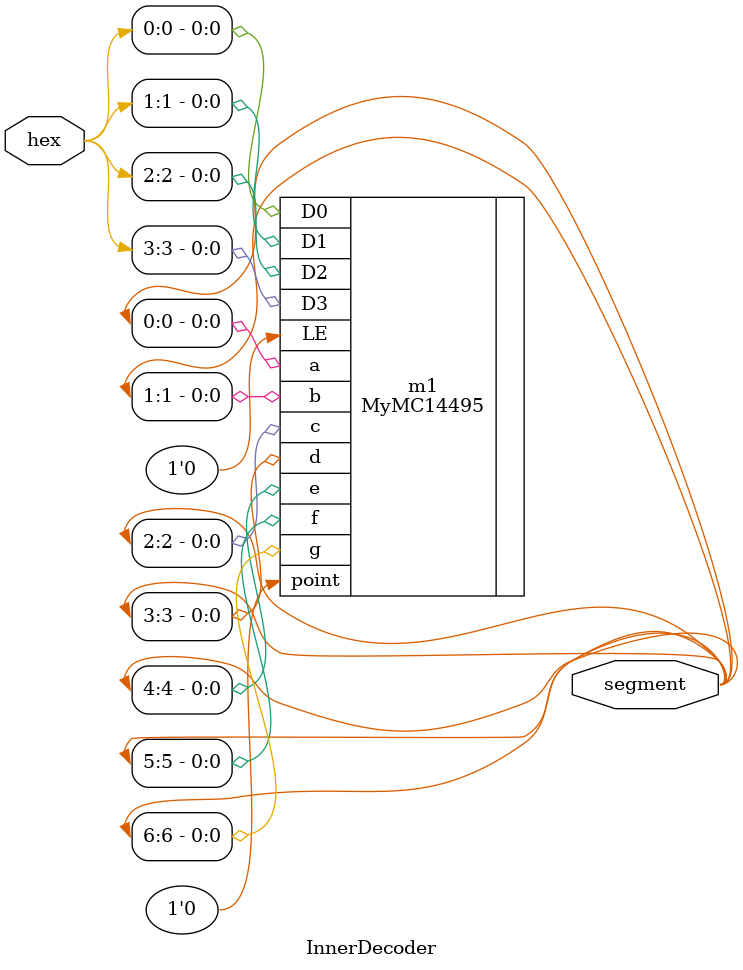
<source format=v>
`timescale 1ns / 1ps

module InnerDecoder(
	input wire [3:0] hex,
	output wire [6:0] segment
    );
	
	wire p;
	// 调用之前实验的MC14495模块进行译码
	MyMC14495 m1(.D0(hex[0]),.D1(hex[1]),.D2(hex[2]),.D3(hex[3]),.point(1'b0),.LE(1'b0),.a(segment[0]),.b(segment[1]),.c(segment[2]),
		.d(segment[3]),.e(segment[4]),.f(segment[5]),.g(segment[6]));
endmodule

</source>
